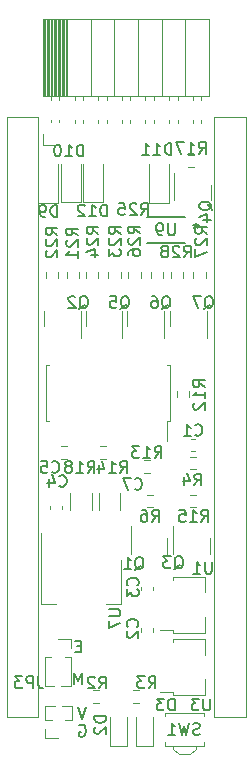
<source format=gbr>
%TF.GenerationSoftware,KiCad,Pcbnew,7.0.2*%
%TF.CreationDate,2024-02-16T13:22:18+02:00*%
%TF.ProjectId,dots_projector,646f7473-5f70-4726-9f6a-6563746f722e,rev?*%
%TF.SameCoordinates,Original*%
%TF.FileFunction,Legend,Bot*%
%TF.FilePolarity,Positive*%
%FSLAX46Y46*%
G04 Gerber Fmt 4.6, Leading zero omitted, Abs format (unit mm)*
G04 Created by KiCad (PCBNEW 7.0.2) date 2024-02-16 13:22:18*
%MOMM*%
%LPD*%
G01*
G04 APERTURE LIST*
%ADD10C,0.150000*%
%ADD11C,0.120000*%
%ADD12C,0.152400*%
G04 APERTURE END LIST*
D10*
X70633332Y-119737619D02*
X70633332Y-118737619D01*
X70633332Y-118737619D02*
X70299999Y-119451904D01*
X70299999Y-119451904D02*
X69966666Y-118737619D01*
X69966666Y-118737619D02*
X69966666Y-119737619D01*
X70539285Y-116513809D02*
X70205952Y-116513809D01*
X70063095Y-117037619D02*
X70539285Y-117037619D01*
X70539285Y-117037619D02*
X70539285Y-116037619D01*
X70539285Y-116037619D02*
X70063095Y-116037619D01*
X70983332Y-121662619D02*
X70649999Y-122662619D01*
X70649999Y-122662619D02*
X70316666Y-121662619D01*
X70413095Y-123210238D02*
X70508333Y-123162619D01*
X70508333Y-123162619D02*
X70651190Y-123162619D01*
X70651190Y-123162619D02*
X70794047Y-123210238D01*
X70794047Y-123210238D02*
X70889285Y-123305476D01*
X70889285Y-123305476D02*
X70936904Y-123400714D01*
X70936904Y-123400714D02*
X70984523Y-123591190D01*
X70984523Y-123591190D02*
X70984523Y-123734047D01*
X70984523Y-123734047D02*
X70936904Y-123924523D01*
X70936904Y-123924523D02*
X70889285Y-124019761D01*
X70889285Y-124019761D02*
X70794047Y-124115000D01*
X70794047Y-124115000D02*
X70651190Y-124162619D01*
X70651190Y-124162619D02*
X70555952Y-124162619D01*
X70555952Y-124162619D02*
X70413095Y-124115000D01*
X70413095Y-124115000D02*
X70365476Y-124067380D01*
X70365476Y-124067380D02*
X70365476Y-123734047D01*
X70365476Y-123734047D02*
X70555952Y-123734047D01*
%TO.C,D2*%
X72687619Y-122411905D02*
X71687619Y-122411905D01*
X71687619Y-122411905D02*
X71687619Y-122650000D01*
X71687619Y-122650000D02*
X71735238Y-122792857D01*
X71735238Y-122792857D02*
X71830476Y-122888095D01*
X71830476Y-122888095D02*
X71925714Y-122935714D01*
X71925714Y-122935714D02*
X72116190Y-122983333D01*
X72116190Y-122983333D02*
X72259047Y-122983333D01*
X72259047Y-122983333D02*
X72449523Y-122935714D01*
X72449523Y-122935714D02*
X72544761Y-122888095D01*
X72544761Y-122888095D02*
X72640000Y-122792857D01*
X72640000Y-122792857D02*
X72687619Y-122650000D01*
X72687619Y-122650000D02*
X72687619Y-122411905D01*
X71782857Y-123364286D02*
X71735238Y-123411905D01*
X71735238Y-123411905D02*
X71687619Y-123507143D01*
X71687619Y-123507143D02*
X71687619Y-123745238D01*
X71687619Y-123745238D02*
X71735238Y-123840476D01*
X71735238Y-123840476D02*
X71782857Y-123888095D01*
X71782857Y-123888095D02*
X71878095Y-123935714D01*
X71878095Y-123935714D02*
X71973333Y-123935714D01*
X71973333Y-123935714D02*
X72116190Y-123888095D01*
X72116190Y-123888095D02*
X72687619Y-123316667D01*
X72687619Y-123316667D02*
X72687619Y-123935714D01*
%TO.C,R27*%
X81237619Y-81607142D02*
X80761428Y-81273809D01*
X81237619Y-81035714D02*
X80237619Y-81035714D01*
X80237619Y-81035714D02*
X80237619Y-81416666D01*
X80237619Y-81416666D02*
X80285238Y-81511904D01*
X80285238Y-81511904D02*
X80332857Y-81559523D01*
X80332857Y-81559523D02*
X80428095Y-81607142D01*
X80428095Y-81607142D02*
X80570952Y-81607142D01*
X80570952Y-81607142D02*
X80666190Y-81559523D01*
X80666190Y-81559523D02*
X80713809Y-81511904D01*
X80713809Y-81511904D02*
X80761428Y-81416666D01*
X80761428Y-81416666D02*
X80761428Y-81035714D01*
X80332857Y-81988095D02*
X80285238Y-82035714D01*
X80285238Y-82035714D02*
X80237619Y-82130952D01*
X80237619Y-82130952D02*
X80237619Y-82369047D01*
X80237619Y-82369047D02*
X80285238Y-82464285D01*
X80285238Y-82464285D02*
X80332857Y-82511904D01*
X80332857Y-82511904D02*
X80428095Y-82559523D01*
X80428095Y-82559523D02*
X80523333Y-82559523D01*
X80523333Y-82559523D02*
X80666190Y-82511904D01*
X80666190Y-82511904D02*
X81237619Y-81940476D01*
X81237619Y-81940476D02*
X81237619Y-82559523D01*
X80237619Y-82892857D02*
X80237619Y-83559523D01*
X80237619Y-83559523D02*
X81237619Y-83130952D01*
%TO.C,Q6*%
X77395238Y-87957857D02*
X77490476Y-87910238D01*
X77490476Y-87910238D02*
X77585714Y-87815000D01*
X77585714Y-87815000D02*
X77728571Y-87672142D01*
X77728571Y-87672142D02*
X77823809Y-87624523D01*
X77823809Y-87624523D02*
X77919047Y-87624523D01*
X77871428Y-87862619D02*
X77966666Y-87815000D01*
X77966666Y-87815000D02*
X78061904Y-87719761D01*
X78061904Y-87719761D02*
X78109523Y-87529285D01*
X78109523Y-87529285D02*
X78109523Y-87195952D01*
X78109523Y-87195952D02*
X78061904Y-87005476D01*
X78061904Y-87005476D02*
X77966666Y-86910238D01*
X77966666Y-86910238D02*
X77871428Y-86862619D01*
X77871428Y-86862619D02*
X77680952Y-86862619D01*
X77680952Y-86862619D02*
X77585714Y-86910238D01*
X77585714Y-86910238D02*
X77490476Y-87005476D01*
X77490476Y-87005476D02*
X77442857Y-87195952D01*
X77442857Y-87195952D02*
X77442857Y-87529285D01*
X77442857Y-87529285D02*
X77490476Y-87719761D01*
X77490476Y-87719761D02*
X77585714Y-87815000D01*
X77585714Y-87815000D02*
X77680952Y-87862619D01*
X77680952Y-87862619D02*
X77871428Y-87862619D01*
X76585714Y-86862619D02*
X76776190Y-86862619D01*
X76776190Y-86862619D02*
X76871428Y-86910238D01*
X76871428Y-86910238D02*
X76919047Y-86957857D01*
X76919047Y-86957857D02*
X77014285Y-87100714D01*
X77014285Y-87100714D02*
X77061904Y-87291190D01*
X77061904Y-87291190D02*
X77061904Y-87672142D01*
X77061904Y-87672142D02*
X77014285Y-87767380D01*
X77014285Y-87767380D02*
X76966666Y-87815000D01*
X76966666Y-87815000D02*
X76871428Y-87862619D01*
X76871428Y-87862619D02*
X76680952Y-87862619D01*
X76680952Y-87862619D02*
X76585714Y-87815000D01*
X76585714Y-87815000D02*
X76538095Y-87767380D01*
X76538095Y-87767380D02*
X76490476Y-87672142D01*
X76490476Y-87672142D02*
X76490476Y-87434047D01*
X76490476Y-87434047D02*
X76538095Y-87338809D01*
X76538095Y-87338809D02*
X76585714Y-87291190D01*
X76585714Y-87291190D02*
X76680952Y-87243571D01*
X76680952Y-87243571D02*
X76871428Y-87243571D01*
X76871428Y-87243571D02*
X76966666Y-87291190D01*
X76966666Y-87291190D02*
X77014285Y-87338809D01*
X77014285Y-87338809D02*
X77061904Y-87434047D01*
%TO.C,C2*%
X75317380Y-114845833D02*
X75365000Y-114798214D01*
X75365000Y-114798214D02*
X75412619Y-114655357D01*
X75412619Y-114655357D02*
X75412619Y-114560119D01*
X75412619Y-114560119D02*
X75365000Y-114417262D01*
X75365000Y-114417262D02*
X75269761Y-114322024D01*
X75269761Y-114322024D02*
X75174523Y-114274405D01*
X75174523Y-114274405D02*
X74984047Y-114226786D01*
X74984047Y-114226786D02*
X74841190Y-114226786D01*
X74841190Y-114226786D02*
X74650714Y-114274405D01*
X74650714Y-114274405D02*
X74555476Y-114322024D01*
X74555476Y-114322024D02*
X74460238Y-114417262D01*
X74460238Y-114417262D02*
X74412619Y-114560119D01*
X74412619Y-114560119D02*
X74412619Y-114655357D01*
X74412619Y-114655357D02*
X74460238Y-114798214D01*
X74460238Y-114798214D02*
X74507857Y-114845833D01*
X74507857Y-115226786D02*
X74460238Y-115274405D01*
X74460238Y-115274405D02*
X74412619Y-115369643D01*
X74412619Y-115369643D02*
X74412619Y-115607738D01*
X74412619Y-115607738D02*
X74460238Y-115702976D01*
X74460238Y-115702976D02*
X74507857Y-115750595D01*
X74507857Y-115750595D02*
X74603095Y-115798214D01*
X74603095Y-115798214D02*
X74698333Y-115798214D01*
X74698333Y-115798214D02*
X74841190Y-115750595D01*
X74841190Y-115750595D02*
X75412619Y-115179167D01*
X75412619Y-115179167D02*
X75412619Y-115798214D01*
%TO.C,U3*%
X81486904Y-120937619D02*
X81486904Y-121747142D01*
X81486904Y-121747142D02*
X81439285Y-121842380D01*
X81439285Y-121842380D02*
X81391666Y-121890000D01*
X81391666Y-121890000D02*
X81296428Y-121937619D01*
X81296428Y-121937619D02*
X81105952Y-121937619D01*
X81105952Y-121937619D02*
X81010714Y-121890000D01*
X81010714Y-121890000D02*
X80963095Y-121842380D01*
X80963095Y-121842380D02*
X80915476Y-121747142D01*
X80915476Y-121747142D02*
X80915476Y-120937619D01*
X80534523Y-120937619D02*
X79915476Y-120937619D01*
X79915476Y-120937619D02*
X80248809Y-121318571D01*
X80248809Y-121318571D02*
X80105952Y-121318571D01*
X80105952Y-121318571D02*
X80010714Y-121366190D01*
X80010714Y-121366190D02*
X79963095Y-121413809D01*
X79963095Y-121413809D02*
X79915476Y-121509047D01*
X79915476Y-121509047D02*
X79915476Y-121747142D01*
X79915476Y-121747142D02*
X79963095Y-121842380D01*
X79963095Y-121842380D02*
X80010714Y-121890000D01*
X80010714Y-121890000D02*
X80105952Y-121937619D01*
X80105952Y-121937619D02*
X80391666Y-121937619D01*
X80391666Y-121937619D02*
X80486904Y-121890000D01*
X80486904Y-121890000D02*
X80534523Y-121842380D01*
%TO.C,R2*%
X72091666Y-120087619D02*
X72424999Y-119611428D01*
X72663094Y-120087619D02*
X72663094Y-119087619D01*
X72663094Y-119087619D02*
X72282142Y-119087619D01*
X72282142Y-119087619D02*
X72186904Y-119135238D01*
X72186904Y-119135238D02*
X72139285Y-119182857D01*
X72139285Y-119182857D02*
X72091666Y-119278095D01*
X72091666Y-119278095D02*
X72091666Y-119420952D01*
X72091666Y-119420952D02*
X72139285Y-119516190D01*
X72139285Y-119516190D02*
X72186904Y-119563809D01*
X72186904Y-119563809D02*
X72282142Y-119611428D01*
X72282142Y-119611428D02*
X72663094Y-119611428D01*
X71710713Y-119182857D02*
X71663094Y-119135238D01*
X71663094Y-119135238D02*
X71567856Y-119087619D01*
X71567856Y-119087619D02*
X71329761Y-119087619D01*
X71329761Y-119087619D02*
X71234523Y-119135238D01*
X71234523Y-119135238D02*
X71186904Y-119182857D01*
X71186904Y-119182857D02*
X71139285Y-119278095D01*
X71139285Y-119278095D02*
X71139285Y-119373333D01*
X71139285Y-119373333D02*
X71186904Y-119516190D01*
X71186904Y-119516190D02*
X71758332Y-120087619D01*
X71758332Y-120087619D02*
X71139285Y-120087619D01*
%TO.C,JP3*%
X66958333Y-119062619D02*
X66958333Y-119776904D01*
X66958333Y-119776904D02*
X67005952Y-119919761D01*
X67005952Y-119919761D02*
X67101190Y-120015000D01*
X67101190Y-120015000D02*
X67244047Y-120062619D01*
X67244047Y-120062619D02*
X67339285Y-120062619D01*
X66482142Y-120062619D02*
X66482142Y-119062619D01*
X66482142Y-119062619D02*
X66101190Y-119062619D01*
X66101190Y-119062619D02*
X66005952Y-119110238D01*
X66005952Y-119110238D02*
X65958333Y-119157857D01*
X65958333Y-119157857D02*
X65910714Y-119253095D01*
X65910714Y-119253095D02*
X65910714Y-119395952D01*
X65910714Y-119395952D02*
X65958333Y-119491190D01*
X65958333Y-119491190D02*
X66005952Y-119538809D01*
X66005952Y-119538809D02*
X66101190Y-119586428D01*
X66101190Y-119586428D02*
X66482142Y-119586428D01*
X65577380Y-119062619D02*
X64958333Y-119062619D01*
X64958333Y-119062619D02*
X65291666Y-119443571D01*
X65291666Y-119443571D02*
X65148809Y-119443571D01*
X65148809Y-119443571D02*
X65053571Y-119491190D01*
X65053571Y-119491190D02*
X65005952Y-119538809D01*
X65005952Y-119538809D02*
X64958333Y-119634047D01*
X64958333Y-119634047D02*
X64958333Y-119872142D01*
X64958333Y-119872142D02*
X65005952Y-119967380D01*
X65005952Y-119967380D02*
X65053571Y-120015000D01*
X65053571Y-120015000D02*
X65148809Y-120062619D01*
X65148809Y-120062619D02*
X65434523Y-120062619D01*
X65434523Y-120062619D02*
X65529761Y-120015000D01*
X65529761Y-120015000D02*
X65577380Y-119967380D01*
%TO.C,U9*%
X78510904Y-80712619D02*
X78510904Y-81522142D01*
X78510904Y-81522142D02*
X78463285Y-81617380D01*
X78463285Y-81617380D02*
X78415666Y-81665000D01*
X78415666Y-81665000D02*
X78320428Y-81712619D01*
X78320428Y-81712619D02*
X78129952Y-81712619D01*
X78129952Y-81712619D02*
X78034714Y-81665000D01*
X78034714Y-81665000D02*
X77987095Y-81617380D01*
X77987095Y-81617380D02*
X77939476Y-81522142D01*
X77939476Y-81522142D02*
X77939476Y-80712619D01*
X77415666Y-81712619D02*
X77225190Y-81712619D01*
X77225190Y-81712619D02*
X77129952Y-81665000D01*
X77129952Y-81665000D02*
X77082333Y-81617380D01*
X77082333Y-81617380D02*
X76987095Y-81474523D01*
X76987095Y-81474523D02*
X76939476Y-81284047D01*
X76939476Y-81284047D02*
X76939476Y-80903095D01*
X76939476Y-80903095D02*
X76987095Y-80807857D01*
X76987095Y-80807857D02*
X77034714Y-80760238D01*
X77034714Y-80760238D02*
X77129952Y-80712619D01*
X77129952Y-80712619D02*
X77320428Y-80712619D01*
X77320428Y-80712619D02*
X77415666Y-80760238D01*
X77415666Y-80760238D02*
X77463285Y-80807857D01*
X77463285Y-80807857D02*
X77510904Y-80903095D01*
X77510904Y-80903095D02*
X77510904Y-81141190D01*
X77510904Y-81141190D02*
X77463285Y-81236428D01*
X77463285Y-81236428D02*
X77415666Y-81284047D01*
X77415666Y-81284047D02*
X77320428Y-81331666D01*
X77320428Y-81331666D02*
X77129952Y-81331666D01*
X77129952Y-81331666D02*
X77034714Y-81284047D01*
X77034714Y-81284047D02*
X76987095Y-81236428D01*
X76987095Y-81236428D02*
X76939476Y-81141190D01*
X80288999Y-80712619D02*
X80288999Y-80950714D01*
X80527094Y-80855476D02*
X80288999Y-80950714D01*
X80288999Y-80950714D02*
X80050904Y-80855476D01*
X80431856Y-81141190D02*
X80288999Y-80950714D01*
X80288999Y-80950714D02*
X80146142Y-81141190D01*
X80288999Y-80712619D02*
X80288999Y-80950714D01*
X80527094Y-80855476D02*
X80288999Y-80950714D01*
X80288999Y-80950714D02*
X80050904Y-80855476D01*
X80431856Y-81141190D02*
X80288999Y-80950714D01*
X80288999Y-80950714D02*
X80146142Y-81141190D01*
%TO.C,Q7*%
X80995238Y-87957857D02*
X81090476Y-87910238D01*
X81090476Y-87910238D02*
X81185714Y-87815000D01*
X81185714Y-87815000D02*
X81328571Y-87672142D01*
X81328571Y-87672142D02*
X81423809Y-87624523D01*
X81423809Y-87624523D02*
X81519047Y-87624523D01*
X81471428Y-87862619D02*
X81566666Y-87815000D01*
X81566666Y-87815000D02*
X81661904Y-87719761D01*
X81661904Y-87719761D02*
X81709523Y-87529285D01*
X81709523Y-87529285D02*
X81709523Y-87195952D01*
X81709523Y-87195952D02*
X81661904Y-87005476D01*
X81661904Y-87005476D02*
X81566666Y-86910238D01*
X81566666Y-86910238D02*
X81471428Y-86862619D01*
X81471428Y-86862619D02*
X81280952Y-86862619D01*
X81280952Y-86862619D02*
X81185714Y-86910238D01*
X81185714Y-86910238D02*
X81090476Y-87005476D01*
X81090476Y-87005476D02*
X81042857Y-87195952D01*
X81042857Y-87195952D02*
X81042857Y-87529285D01*
X81042857Y-87529285D02*
X81090476Y-87719761D01*
X81090476Y-87719761D02*
X81185714Y-87815000D01*
X81185714Y-87815000D02*
X81280952Y-87862619D01*
X81280952Y-87862619D02*
X81471428Y-87862619D01*
X80709523Y-86862619D02*
X80042857Y-86862619D01*
X80042857Y-86862619D02*
X80471428Y-87862619D01*
%TO.C,R26*%
X75562619Y-81557142D02*
X75086428Y-81223809D01*
X75562619Y-80985714D02*
X74562619Y-80985714D01*
X74562619Y-80985714D02*
X74562619Y-81366666D01*
X74562619Y-81366666D02*
X74610238Y-81461904D01*
X74610238Y-81461904D02*
X74657857Y-81509523D01*
X74657857Y-81509523D02*
X74753095Y-81557142D01*
X74753095Y-81557142D02*
X74895952Y-81557142D01*
X74895952Y-81557142D02*
X74991190Y-81509523D01*
X74991190Y-81509523D02*
X75038809Y-81461904D01*
X75038809Y-81461904D02*
X75086428Y-81366666D01*
X75086428Y-81366666D02*
X75086428Y-80985714D01*
X74657857Y-81938095D02*
X74610238Y-81985714D01*
X74610238Y-81985714D02*
X74562619Y-82080952D01*
X74562619Y-82080952D02*
X74562619Y-82319047D01*
X74562619Y-82319047D02*
X74610238Y-82414285D01*
X74610238Y-82414285D02*
X74657857Y-82461904D01*
X74657857Y-82461904D02*
X74753095Y-82509523D01*
X74753095Y-82509523D02*
X74848333Y-82509523D01*
X74848333Y-82509523D02*
X74991190Y-82461904D01*
X74991190Y-82461904D02*
X75562619Y-81890476D01*
X75562619Y-81890476D02*
X75562619Y-82509523D01*
X74562619Y-83366666D02*
X74562619Y-83176190D01*
X74562619Y-83176190D02*
X74610238Y-83080952D01*
X74610238Y-83080952D02*
X74657857Y-83033333D01*
X74657857Y-83033333D02*
X74800714Y-82938095D01*
X74800714Y-82938095D02*
X74991190Y-82890476D01*
X74991190Y-82890476D02*
X75372142Y-82890476D01*
X75372142Y-82890476D02*
X75467380Y-82938095D01*
X75467380Y-82938095D02*
X75515000Y-82985714D01*
X75515000Y-82985714D02*
X75562619Y-83080952D01*
X75562619Y-83080952D02*
X75562619Y-83271428D01*
X75562619Y-83271428D02*
X75515000Y-83366666D01*
X75515000Y-83366666D02*
X75467380Y-83414285D01*
X75467380Y-83414285D02*
X75372142Y-83461904D01*
X75372142Y-83461904D02*
X75134047Y-83461904D01*
X75134047Y-83461904D02*
X75038809Y-83414285D01*
X75038809Y-83414285D02*
X74991190Y-83366666D01*
X74991190Y-83366666D02*
X74943571Y-83271428D01*
X74943571Y-83271428D02*
X74943571Y-83080952D01*
X74943571Y-83080952D02*
X74991190Y-82985714D01*
X74991190Y-82985714D02*
X75038809Y-82938095D01*
X75038809Y-82938095D02*
X75134047Y-82890476D01*
%TO.C,Q1*%
X75120238Y-110057857D02*
X75215476Y-110010238D01*
X75215476Y-110010238D02*
X75310714Y-109915000D01*
X75310714Y-109915000D02*
X75453571Y-109772142D01*
X75453571Y-109772142D02*
X75548809Y-109724523D01*
X75548809Y-109724523D02*
X75644047Y-109724523D01*
X75596428Y-109962619D02*
X75691666Y-109915000D01*
X75691666Y-109915000D02*
X75786904Y-109819761D01*
X75786904Y-109819761D02*
X75834523Y-109629285D01*
X75834523Y-109629285D02*
X75834523Y-109295952D01*
X75834523Y-109295952D02*
X75786904Y-109105476D01*
X75786904Y-109105476D02*
X75691666Y-109010238D01*
X75691666Y-109010238D02*
X75596428Y-108962619D01*
X75596428Y-108962619D02*
X75405952Y-108962619D01*
X75405952Y-108962619D02*
X75310714Y-109010238D01*
X75310714Y-109010238D02*
X75215476Y-109105476D01*
X75215476Y-109105476D02*
X75167857Y-109295952D01*
X75167857Y-109295952D02*
X75167857Y-109629285D01*
X75167857Y-109629285D02*
X75215476Y-109819761D01*
X75215476Y-109819761D02*
X75310714Y-109915000D01*
X75310714Y-109915000D02*
X75405952Y-109962619D01*
X75405952Y-109962619D02*
X75596428Y-109962619D01*
X74215476Y-109962619D02*
X74786904Y-109962619D01*
X74501190Y-109962619D02*
X74501190Y-108962619D01*
X74501190Y-108962619D02*
X74596428Y-109105476D01*
X74596428Y-109105476D02*
X74691666Y-109200714D01*
X74691666Y-109200714D02*
X74786904Y-109248333D01*
%TO.C,R12*%
X81037619Y-94582142D02*
X80561428Y-94248809D01*
X81037619Y-94010714D02*
X80037619Y-94010714D01*
X80037619Y-94010714D02*
X80037619Y-94391666D01*
X80037619Y-94391666D02*
X80085238Y-94486904D01*
X80085238Y-94486904D02*
X80132857Y-94534523D01*
X80132857Y-94534523D02*
X80228095Y-94582142D01*
X80228095Y-94582142D02*
X80370952Y-94582142D01*
X80370952Y-94582142D02*
X80466190Y-94534523D01*
X80466190Y-94534523D02*
X80513809Y-94486904D01*
X80513809Y-94486904D02*
X80561428Y-94391666D01*
X80561428Y-94391666D02*
X80561428Y-94010714D01*
X81037619Y-95534523D02*
X81037619Y-94963095D01*
X81037619Y-95248809D02*
X80037619Y-95248809D01*
X80037619Y-95248809D02*
X80180476Y-95153571D01*
X80180476Y-95153571D02*
X80275714Y-95058333D01*
X80275714Y-95058333D02*
X80323333Y-94963095D01*
X80132857Y-95915476D02*
X80085238Y-95963095D01*
X80085238Y-95963095D02*
X80037619Y-96058333D01*
X80037619Y-96058333D02*
X80037619Y-96296428D01*
X80037619Y-96296428D02*
X80085238Y-96391666D01*
X80085238Y-96391666D02*
X80132857Y-96439285D01*
X80132857Y-96439285D02*
X80228095Y-96486904D01*
X80228095Y-96486904D02*
X80323333Y-96486904D01*
X80323333Y-96486904D02*
X80466190Y-96439285D01*
X80466190Y-96439285D02*
X81037619Y-95867857D01*
X81037619Y-95867857D02*
X81037619Y-96486904D01*
%TO.C,R28*%
X79267857Y-83587619D02*
X79601190Y-83111428D01*
X79839285Y-83587619D02*
X79839285Y-82587619D01*
X79839285Y-82587619D02*
X79458333Y-82587619D01*
X79458333Y-82587619D02*
X79363095Y-82635238D01*
X79363095Y-82635238D02*
X79315476Y-82682857D01*
X79315476Y-82682857D02*
X79267857Y-82778095D01*
X79267857Y-82778095D02*
X79267857Y-82920952D01*
X79267857Y-82920952D02*
X79315476Y-83016190D01*
X79315476Y-83016190D02*
X79363095Y-83063809D01*
X79363095Y-83063809D02*
X79458333Y-83111428D01*
X79458333Y-83111428D02*
X79839285Y-83111428D01*
X78886904Y-82682857D02*
X78839285Y-82635238D01*
X78839285Y-82635238D02*
X78744047Y-82587619D01*
X78744047Y-82587619D02*
X78505952Y-82587619D01*
X78505952Y-82587619D02*
X78410714Y-82635238D01*
X78410714Y-82635238D02*
X78363095Y-82682857D01*
X78363095Y-82682857D02*
X78315476Y-82778095D01*
X78315476Y-82778095D02*
X78315476Y-82873333D01*
X78315476Y-82873333D02*
X78363095Y-83016190D01*
X78363095Y-83016190D02*
X78934523Y-83587619D01*
X78934523Y-83587619D02*
X78315476Y-83587619D01*
X77744047Y-83016190D02*
X77839285Y-82968571D01*
X77839285Y-82968571D02*
X77886904Y-82920952D01*
X77886904Y-82920952D02*
X77934523Y-82825714D01*
X77934523Y-82825714D02*
X77934523Y-82778095D01*
X77934523Y-82778095D02*
X77886904Y-82682857D01*
X77886904Y-82682857D02*
X77839285Y-82635238D01*
X77839285Y-82635238D02*
X77744047Y-82587619D01*
X77744047Y-82587619D02*
X77553571Y-82587619D01*
X77553571Y-82587619D02*
X77458333Y-82635238D01*
X77458333Y-82635238D02*
X77410714Y-82682857D01*
X77410714Y-82682857D02*
X77363095Y-82778095D01*
X77363095Y-82778095D02*
X77363095Y-82825714D01*
X77363095Y-82825714D02*
X77410714Y-82920952D01*
X77410714Y-82920952D02*
X77458333Y-82968571D01*
X77458333Y-82968571D02*
X77553571Y-83016190D01*
X77553571Y-83016190D02*
X77744047Y-83016190D01*
X77744047Y-83016190D02*
X77839285Y-83063809D01*
X77839285Y-83063809D02*
X77886904Y-83111428D01*
X77886904Y-83111428D02*
X77934523Y-83206666D01*
X77934523Y-83206666D02*
X77934523Y-83397142D01*
X77934523Y-83397142D02*
X77886904Y-83492380D01*
X77886904Y-83492380D02*
X77839285Y-83540000D01*
X77839285Y-83540000D02*
X77744047Y-83587619D01*
X77744047Y-83587619D02*
X77553571Y-83587619D01*
X77553571Y-83587619D02*
X77458333Y-83540000D01*
X77458333Y-83540000D02*
X77410714Y-83492380D01*
X77410714Y-83492380D02*
X77363095Y-83397142D01*
X77363095Y-83397142D02*
X77363095Y-83206666D01*
X77363095Y-83206666D02*
X77410714Y-83111428D01*
X77410714Y-83111428D02*
X77458333Y-83063809D01*
X77458333Y-83063809D02*
X77553571Y-83016190D01*
%TO.C,R3*%
X76291666Y-120062619D02*
X76624999Y-119586428D01*
X76863094Y-120062619D02*
X76863094Y-119062619D01*
X76863094Y-119062619D02*
X76482142Y-119062619D01*
X76482142Y-119062619D02*
X76386904Y-119110238D01*
X76386904Y-119110238D02*
X76339285Y-119157857D01*
X76339285Y-119157857D02*
X76291666Y-119253095D01*
X76291666Y-119253095D02*
X76291666Y-119395952D01*
X76291666Y-119395952D02*
X76339285Y-119491190D01*
X76339285Y-119491190D02*
X76386904Y-119538809D01*
X76386904Y-119538809D02*
X76482142Y-119586428D01*
X76482142Y-119586428D02*
X76863094Y-119586428D01*
X75958332Y-119062619D02*
X75339285Y-119062619D01*
X75339285Y-119062619D02*
X75672618Y-119443571D01*
X75672618Y-119443571D02*
X75529761Y-119443571D01*
X75529761Y-119443571D02*
X75434523Y-119491190D01*
X75434523Y-119491190D02*
X75386904Y-119538809D01*
X75386904Y-119538809D02*
X75339285Y-119634047D01*
X75339285Y-119634047D02*
X75339285Y-119872142D01*
X75339285Y-119872142D02*
X75386904Y-119967380D01*
X75386904Y-119967380D02*
X75434523Y-120015000D01*
X75434523Y-120015000D02*
X75529761Y-120062619D01*
X75529761Y-120062619D02*
X75815475Y-120062619D01*
X75815475Y-120062619D02*
X75910713Y-120015000D01*
X75910713Y-120015000D02*
X75958332Y-119967380D01*
%TO.C,R17*%
X80542857Y-74812619D02*
X80876190Y-74336428D01*
X81114285Y-74812619D02*
X81114285Y-73812619D01*
X81114285Y-73812619D02*
X80733333Y-73812619D01*
X80733333Y-73812619D02*
X80638095Y-73860238D01*
X80638095Y-73860238D02*
X80590476Y-73907857D01*
X80590476Y-73907857D02*
X80542857Y-74003095D01*
X80542857Y-74003095D02*
X80542857Y-74145952D01*
X80542857Y-74145952D02*
X80590476Y-74241190D01*
X80590476Y-74241190D02*
X80638095Y-74288809D01*
X80638095Y-74288809D02*
X80733333Y-74336428D01*
X80733333Y-74336428D02*
X81114285Y-74336428D01*
X79590476Y-74812619D02*
X80161904Y-74812619D01*
X79876190Y-74812619D02*
X79876190Y-73812619D01*
X79876190Y-73812619D02*
X79971428Y-73955476D01*
X79971428Y-73955476D02*
X80066666Y-74050714D01*
X80066666Y-74050714D02*
X80161904Y-74098333D01*
X79257142Y-73812619D02*
X78590476Y-73812619D01*
X78590476Y-73812619D02*
X79019047Y-74812619D01*
%TO.C,C3*%
X75342380Y-111333333D02*
X75390000Y-111285714D01*
X75390000Y-111285714D02*
X75437619Y-111142857D01*
X75437619Y-111142857D02*
X75437619Y-111047619D01*
X75437619Y-111047619D02*
X75390000Y-110904762D01*
X75390000Y-110904762D02*
X75294761Y-110809524D01*
X75294761Y-110809524D02*
X75199523Y-110761905D01*
X75199523Y-110761905D02*
X75009047Y-110714286D01*
X75009047Y-110714286D02*
X74866190Y-110714286D01*
X74866190Y-110714286D02*
X74675714Y-110761905D01*
X74675714Y-110761905D02*
X74580476Y-110809524D01*
X74580476Y-110809524D02*
X74485238Y-110904762D01*
X74485238Y-110904762D02*
X74437619Y-111047619D01*
X74437619Y-111047619D02*
X74437619Y-111142857D01*
X74437619Y-111142857D02*
X74485238Y-111285714D01*
X74485238Y-111285714D02*
X74532857Y-111333333D01*
X74437619Y-111666667D02*
X74437619Y-112285714D01*
X74437619Y-112285714D02*
X74818571Y-111952381D01*
X74818571Y-111952381D02*
X74818571Y-112095238D01*
X74818571Y-112095238D02*
X74866190Y-112190476D01*
X74866190Y-112190476D02*
X74913809Y-112238095D01*
X74913809Y-112238095D02*
X75009047Y-112285714D01*
X75009047Y-112285714D02*
X75247142Y-112285714D01*
X75247142Y-112285714D02*
X75342380Y-112238095D01*
X75342380Y-112238095D02*
X75390000Y-112190476D01*
X75390000Y-112190476D02*
X75437619Y-112095238D01*
X75437619Y-112095238D02*
X75437619Y-111809524D01*
X75437619Y-111809524D02*
X75390000Y-111714286D01*
X75390000Y-111714286D02*
X75342380Y-111666667D01*
%TO.C,Q3*%
X78445238Y-110007857D02*
X78540476Y-109960238D01*
X78540476Y-109960238D02*
X78635714Y-109865000D01*
X78635714Y-109865000D02*
X78778571Y-109722142D01*
X78778571Y-109722142D02*
X78873809Y-109674523D01*
X78873809Y-109674523D02*
X78969047Y-109674523D01*
X78921428Y-109912619D02*
X79016666Y-109865000D01*
X79016666Y-109865000D02*
X79111904Y-109769761D01*
X79111904Y-109769761D02*
X79159523Y-109579285D01*
X79159523Y-109579285D02*
X79159523Y-109245952D01*
X79159523Y-109245952D02*
X79111904Y-109055476D01*
X79111904Y-109055476D02*
X79016666Y-108960238D01*
X79016666Y-108960238D02*
X78921428Y-108912619D01*
X78921428Y-108912619D02*
X78730952Y-108912619D01*
X78730952Y-108912619D02*
X78635714Y-108960238D01*
X78635714Y-108960238D02*
X78540476Y-109055476D01*
X78540476Y-109055476D02*
X78492857Y-109245952D01*
X78492857Y-109245952D02*
X78492857Y-109579285D01*
X78492857Y-109579285D02*
X78540476Y-109769761D01*
X78540476Y-109769761D02*
X78635714Y-109865000D01*
X78635714Y-109865000D02*
X78730952Y-109912619D01*
X78730952Y-109912619D02*
X78921428Y-109912619D01*
X78159523Y-108912619D02*
X77540476Y-108912619D01*
X77540476Y-108912619D02*
X77873809Y-109293571D01*
X77873809Y-109293571D02*
X77730952Y-109293571D01*
X77730952Y-109293571D02*
X77635714Y-109341190D01*
X77635714Y-109341190D02*
X77588095Y-109388809D01*
X77588095Y-109388809D02*
X77540476Y-109484047D01*
X77540476Y-109484047D02*
X77540476Y-109722142D01*
X77540476Y-109722142D02*
X77588095Y-109817380D01*
X77588095Y-109817380D02*
X77635714Y-109865000D01*
X77635714Y-109865000D02*
X77730952Y-109912619D01*
X77730952Y-109912619D02*
X78016666Y-109912619D01*
X78016666Y-109912619D02*
X78111904Y-109865000D01*
X78111904Y-109865000D02*
X78159523Y-109817380D01*
%TO.C,D9*%
X68538094Y-80162619D02*
X68538094Y-79162619D01*
X68538094Y-79162619D02*
X68299999Y-79162619D01*
X68299999Y-79162619D02*
X68157142Y-79210238D01*
X68157142Y-79210238D02*
X68061904Y-79305476D01*
X68061904Y-79305476D02*
X68014285Y-79400714D01*
X68014285Y-79400714D02*
X67966666Y-79591190D01*
X67966666Y-79591190D02*
X67966666Y-79734047D01*
X67966666Y-79734047D02*
X68014285Y-79924523D01*
X68014285Y-79924523D02*
X68061904Y-80019761D01*
X68061904Y-80019761D02*
X68157142Y-80115000D01*
X68157142Y-80115000D02*
X68299999Y-80162619D01*
X68299999Y-80162619D02*
X68538094Y-80162619D01*
X67490475Y-80162619D02*
X67299999Y-80162619D01*
X67299999Y-80162619D02*
X67204761Y-80115000D01*
X67204761Y-80115000D02*
X67157142Y-80067380D01*
X67157142Y-80067380D02*
X67061904Y-79924523D01*
X67061904Y-79924523D02*
X67014285Y-79734047D01*
X67014285Y-79734047D02*
X67014285Y-79353095D01*
X67014285Y-79353095D02*
X67061904Y-79257857D01*
X67061904Y-79257857D02*
X67109523Y-79210238D01*
X67109523Y-79210238D02*
X67204761Y-79162619D01*
X67204761Y-79162619D02*
X67395237Y-79162619D01*
X67395237Y-79162619D02*
X67490475Y-79210238D01*
X67490475Y-79210238D02*
X67538094Y-79257857D01*
X67538094Y-79257857D02*
X67585713Y-79353095D01*
X67585713Y-79353095D02*
X67585713Y-79591190D01*
X67585713Y-79591190D02*
X67538094Y-79686428D01*
X67538094Y-79686428D02*
X67490475Y-79734047D01*
X67490475Y-79734047D02*
X67395237Y-79781666D01*
X67395237Y-79781666D02*
X67204761Y-79781666D01*
X67204761Y-79781666D02*
X67109523Y-79734047D01*
X67109523Y-79734047D02*
X67061904Y-79686428D01*
X67061904Y-79686428D02*
X67014285Y-79591190D01*
%TO.C,R24*%
X72037619Y-81582142D02*
X71561428Y-81248809D01*
X72037619Y-81010714D02*
X71037619Y-81010714D01*
X71037619Y-81010714D02*
X71037619Y-81391666D01*
X71037619Y-81391666D02*
X71085238Y-81486904D01*
X71085238Y-81486904D02*
X71132857Y-81534523D01*
X71132857Y-81534523D02*
X71228095Y-81582142D01*
X71228095Y-81582142D02*
X71370952Y-81582142D01*
X71370952Y-81582142D02*
X71466190Y-81534523D01*
X71466190Y-81534523D02*
X71513809Y-81486904D01*
X71513809Y-81486904D02*
X71561428Y-81391666D01*
X71561428Y-81391666D02*
X71561428Y-81010714D01*
X71132857Y-81963095D02*
X71085238Y-82010714D01*
X71085238Y-82010714D02*
X71037619Y-82105952D01*
X71037619Y-82105952D02*
X71037619Y-82344047D01*
X71037619Y-82344047D02*
X71085238Y-82439285D01*
X71085238Y-82439285D02*
X71132857Y-82486904D01*
X71132857Y-82486904D02*
X71228095Y-82534523D01*
X71228095Y-82534523D02*
X71323333Y-82534523D01*
X71323333Y-82534523D02*
X71466190Y-82486904D01*
X71466190Y-82486904D02*
X72037619Y-81915476D01*
X72037619Y-81915476D02*
X72037619Y-82534523D01*
X71370952Y-83391666D02*
X72037619Y-83391666D01*
X70990000Y-83153571D02*
X71704285Y-82915476D01*
X71704285Y-82915476D02*
X71704285Y-83534523D01*
%TO.C,D12*%
X72764285Y-80112619D02*
X72764285Y-79112619D01*
X72764285Y-79112619D02*
X72526190Y-79112619D01*
X72526190Y-79112619D02*
X72383333Y-79160238D01*
X72383333Y-79160238D02*
X72288095Y-79255476D01*
X72288095Y-79255476D02*
X72240476Y-79350714D01*
X72240476Y-79350714D02*
X72192857Y-79541190D01*
X72192857Y-79541190D02*
X72192857Y-79684047D01*
X72192857Y-79684047D02*
X72240476Y-79874523D01*
X72240476Y-79874523D02*
X72288095Y-79969761D01*
X72288095Y-79969761D02*
X72383333Y-80065000D01*
X72383333Y-80065000D02*
X72526190Y-80112619D01*
X72526190Y-80112619D02*
X72764285Y-80112619D01*
X71240476Y-80112619D02*
X71811904Y-80112619D01*
X71526190Y-80112619D02*
X71526190Y-79112619D01*
X71526190Y-79112619D02*
X71621428Y-79255476D01*
X71621428Y-79255476D02*
X71716666Y-79350714D01*
X71716666Y-79350714D02*
X71811904Y-79398333D01*
X70859523Y-79207857D02*
X70811904Y-79160238D01*
X70811904Y-79160238D02*
X70716666Y-79112619D01*
X70716666Y-79112619D02*
X70478571Y-79112619D01*
X70478571Y-79112619D02*
X70383333Y-79160238D01*
X70383333Y-79160238D02*
X70335714Y-79207857D01*
X70335714Y-79207857D02*
X70288095Y-79303095D01*
X70288095Y-79303095D02*
X70288095Y-79398333D01*
X70288095Y-79398333D02*
X70335714Y-79541190D01*
X70335714Y-79541190D02*
X70907142Y-80112619D01*
X70907142Y-80112619D02*
X70288095Y-80112619D01*
%TO.C,C5*%
X68091666Y-101742380D02*
X68139285Y-101790000D01*
X68139285Y-101790000D02*
X68282142Y-101837619D01*
X68282142Y-101837619D02*
X68377380Y-101837619D01*
X68377380Y-101837619D02*
X68520237Y-101790000D01*
X68520237Y-101790000D02*
X68615475Y-101694761D01*
X68615475Y-101694761D02*
X68663094Y-101599523D01*
X68663094Y-101599523D02*
X68710713Y-101409047D01*
X68710713Y-101409047D02*
X68710713Y-101266190D01*
X68710713Y-101266190D02*
X68663094Y-101075714D01*
X68663094Y-101075714D02*
X68615475Y-100980476D01*
X68615475Y-100980476D02*
X68520237Y-100885238D01*
X68520237Y-100885238D02*
X68377380Y-100837619D01*
X68377380Y-100837619D02*
X68282142Y-100837619D01*
X68282142Y-100837619D02*
X68139285Y-100885238D01*
X68139285Y-100885238D02*
X68091666Y-100932857D01*
X67186904Y-100837619D02*
X67663094Y-100837619D01*
X67663094Y-100837619D02*
X67710713Y-101313809D01*
X67710713Y-101313809D02*
X67663094Y-101266190D01*
X67663094Y-101266190D02*
X67567856Y-101218571D01*
X67567856Y-101218571D02*
X67329761Y-101218571D01*
X67329761Y-101218571D02*
X67234523Y-101266190D01*
X67234523Y-101266190D02*
X67186904Y-101313809D01*
X67186904Y-101313809D02*
X67139285Y-101409047D01*
X67139285Y-101409047D02*
X67139285Y-101647142D01*
X67139285Y-101647142D02*
X67186904Y-101742380D01*
X67186904Y-101742380D02*
X67234523Y-101790000D01*
X67234523Y-101790000D02*
X67329761Y-101837619D01*
X67329761Y-101837619D02*
X67567856Y-101837619D01*
X67567856Y-101837619D02*
X67663094Y-101790000D01*
X67663094Y-101790000D02*
X67710713Y-101742380D01*
%TO.C,R22*%
X68562619Y-81682142D02*
X68086428Y-81348809D01*
X68562619Y-81110714D02*
X67562619Y-81110714D01*
X67562619Y-81110714D02*
X67562619Y-81491666D01*
X67562619Y-81491666D02*
X67610238Y-81586904D01*
X67610238Y-81586904D02*
X67657857Y-81634523D01*
X67657857Y-81634523D02*
X67753095Y-81682142D01*
X67753095Y-81682142D02*
X67895952Y-81682142D01*
X67895952Y-81682142D02*
X67991190Y-81634523D01*
X67991190Y-81634523D02*
X68038809Y-81586904D01*
X68038809Y-81586904D02*
X68086428Y-81491666D01*
X68086428Y-81491666D02*
X68086428Y-81110714D01*
X67657857Y-82063095D02*
X67610238Y-82110714D01*
X67610238Y-82110714D02*
X67562619Y-82205952D01*
X67562619Y-82205952D02*
X67562619Y-82444047D01*
X67562619Y-82444047D02*
X67610238Y-82539285D01*
X67610238Y-82539285D02*
X67657857Y-82586904D01*
X67657857Y-82586904D02*
X67753095Y-82634523D01*
X67753095Y-82634523D02*
X67848333Y-82634523D01*
X67848333Y-82634523D02*
X67991190Y-82586904D01*
X67991190Y-82586904D02*
X68562619Y-82015476D01*
X68562619Y-82015476D02*
X68562619Y-82634523D01*
X67657857Y-83015476D02*
X67610238Y-83063095D01*
X67610238Y-83063095D02*
X67562619Y-83158333D01*
X67562619Y-83158333D02*
X67562619Y-83396428D01*
X67562619Y-83396428D02*
X67610238Y-83491666D01*
X67610238Y-83491666D02*
X67657857Y-83539285D01*
X67657857Y-83539285D02*
X67753095Y-83586904D01*
X67753095Y-83586904D02*
X67848333Y-83586904D01*
X67848333Y-83586904D02*
X67991190Y-83539285D01*
X67991190Y-83539285D02*
X68562619Y-82967857D01*
X68562619Y-82967857D02*
X68562619Y-83586904D01*
%TO.C,R25*%
X75617857Y-79987619D02*
X75951190Y-79511428D01*
X76189285Y-79987619D02*
X76189285Y-78987619D01*
X76189285Y-78987619D02*
X75808333Y-78987619D01*
X75808333Y-78987619D02*
X75713095Y-79035238D01*
X75713095Y-79035238D02*
X75665476Y-79082857D01*
X75665476Y-79082857D02*
X75617857Y-79178095D01*
X75617857Y-79178095D02*
X75617857Y-79320952D01*
X75617857Y-79320952D02*
X75665476Y-79416190D01*
X75665476Y-79416190D02*
X75713095Y-79463809D01*
X75713095Y-79463809D02*
X75808333Y-79511428D01*
X75808333Y-79511428D02*
X76189285Y-79511428D01*
X75236904Y-79082857D02*
X75189285Y-79035238D01*
X75189285Y-79035238D02*
X75094047Y-78987619D01*
X75094047Y-78987619D02*
X74855952Y-78987619D01*
X74855952Y-78987619D02*
X74760714Y-79035238D01*
X74760714Y-79035238D02*
X74713095Y-79082857D01*
X74713095Y-79082857D02*
X74665476Y-79178095D01*
X74665476Y-79178095D02*
X74665476Y-79273333D01*
X74665476Y-79273333D02*
X74713095Y-79416190D01*
X74713095Y-79416190D02*
X75284523Y-79987619D01*
X75284523Y-79987619D02*
X74665476Y-79987619D01*
X73760714Y-78987619D02*
X74236904Y-78987619D01*
X74236904Y-78987619D02*
X74284523Y-79463809D01*
X74284523Y-79463809D02*
X74236904Y-79416190D01*
X74236904Y-79416190D02*
X74141666Y-79368571D01*
X74141666Y-79368571D02*
X73903571Y-79368571D01*
X73903571Y-79368571D02*
X73808333Y-79416190D01*
X73808333Y-79416190D02*
X73760714Y-79463809D01*
X73760714Y-79463809D02*
X73713095Y-79559047D01*
X73713095Y-79559047D02*
X73713095Y-79797142D01*
X73713095Y-79797142D02*
X73760714Y-79892380D01*
X73760714Y-79892380D02*
X73808333Y-79940000D01*
X73808333Y-79940000D02*
X73903571Y-79987619D01*
X73903571Y-79987619D02*
X74141666Y-79987619D01*
X74141666Y-79987619D02*
X74236904Y-79940000D01*
X74236904Y-79940000D02*
X74284523Y-79892380D01*
%TO.C,R23*%
X73912619Y-81607142D02*
X73436428Y-81273809D01*
X73912619Y-81035714D02*
X72912619Y-81035714D01*
X72912619Y-81035714D02*
X72912619Y-81416666D01*
X72912619Y-81416666D02*
X72960238Y-81511904D01*
X72960238Y-81511904D02*
X73007857Y-81559523D01*
X73007857Y-81559523D02*
X73103095Y-81607142D01*
X73103095Y-81607142D02*
X73245952Y-81607142D01*
X73245952Y-81607142D02*
X73341190Y-81559523D01*
X73341190Y-81559523D02*
X73388809Y-81511904D01*
X73388809Y-81511904D02*
X73436428Y-81416666D01*
X73436428Y-81416666D02*
X73436428Y-81035714D01*
X73007857Y-81988095D02*
X72960238Y-82035714D01*
X72960238Y-82035714D02*
X72912619Y-82130952D01*
X72912619Y-82130952D02*
X72912619Y-82369047D01*
X72912619Y-82369047D02*
X72960238Y-82464285D01*
X72960238Y-82464285D02*
X73007857Y-82511904D01*
X73007857Y-82511904D02*
X73103095Y-82559523D01*
X73103095Y-82559523D02*
X73198333Y-82559523D01*
X73198333Y-82559523D02*
X73341190Y-82511904D01*
X73341190Y-82511904D02*
X73912619Y-81940476D01*
X73912619Y-81940476D02*
X73912619Y-82559523D01*
X72912619Y-82892857D02*
X72912619Y-83511904D01*
X72912619Y-83511904D02*
X73293571Y-83178571D01*
X73293571Y-83178571D02*
X73293571Y-83321428D01*
X73293571Y-83321428D02*
X73341190Y-83416666D01*
X73341190Y-83416666D02*
X73388809Y-83464285D01*
X73388809Y-83464285D02*
X73484047Y-83511904D01*
X73484047Y-83511904D02*
X73722142Y-83511904D01*
X73722142Y-83511904D02*
X73817380Y-83464285D01*
X73817380Y-83464285D02*
X73865000Y-83416666D01*
X73865000Y-83416666D02*
X73912619Y-83321428D01*
X73912619Y-83321428D02*
X73912619Y-83035714D01*
X73912619Y-83035714D02*
X73865000Y-82940476D01*
X73865000Y-82940476D02*
X73817380Y-82892857D01*
%TO.C,U7*%
X72887619Y-113388095D02*
X73697142Y-113388095D01*
X73697142Y-113388095D02*
X73792380Y-113435714D01*
X73792380Y-113435714D02*
X73840000Y-113483333D01*
X73840000Y-113483333D02*
X73887619Y-113578571D01*
X73887619Y-113578571D02*
X73887619Y-113769047D01*
X73887619Y-113769047D02*
X73840000Y-113864285D01*
X73840000Y-113864285D02*
X73792380Y-113911904D01*
X73792380Y-113911904D02*
X73697142Y-113959523D01*
X73697142Y-113959523D02*
X72887619Y-113959523D01*
X72887619Y-114340476D02*
X72887619Y-115007142D01*
X72887619Y-115007142D02*
X73887619Y-114578571D01*
%TO.C,R14*%
X73867857Y-101837619D02*
X74201190Y-101361428D01*
X74439285Y-101837619D02*
X74439285Y-100837619D01*
X74439285Y-100837619D02*
X74058333Y-100837619D01*
X74058333Y-100837619D02*
X73963095Y-100885238D01*
X73963095Y-100885238D02*
X73915476Y-100932857D01*
X73915476Y-100932857D02*
X73867857Y-101028095D01*
X73867857Y-101028095D02*
X73867857Y-101170952D01*
X73867857Y-101170952D02*
X73915476Y-101266190D01*
X73915476Y-101266190D02*
X73963095Y-101313809D01*
X73963095Y-101313809D02*
X74058333Y-101361428D01*
X74058333Y-101361428D02*
X74439285Y-101361428D01*
X72915476Y-101837619D02*
X73486904Y-101837619D01*
X73201190Y-101837619D02*
X73201190Y-100837619D01*
X73201190Y-100837619D02*
X73296428Y-100980476D01*
X73296428Y-100980476D02*
X73391666Y-101075714D01*
X73391666Y-101075714D02*
X73486904Y-101123333D01*
X72058333Y-101170952D02*
X72058333Y-101837619D01*
X72296428Y-100790000D02*
X72534523Y-101504285D01*
X72534523Y-101504285D02*
X71915476Y-101504285D01*
%TO.C,Q4*%
X81657857Y-79604761D02*
X81610238Y-79509523D01*
X81610238Y-79509523D02*
X81515000Y-79414285D01*
X81515000Y-79414285D02*
X81372142Y-79271428D01*
X81372142Y-79271428D02*
X81324523Y-79176190D01*
X81324523Y-79176190D02*
X81324523Y-79080952D01*
X81562619Y-79128571D02*
X81515000Y-79033333D01*
X81515000Y-79033333D02*
X81419761Y-78938095D01*
X81419761Y-78938095D02*
X81229285Y-78890476D01*
X81229285Y-78890476D02*
X80895952Y-78890476D01*
X80895952Y-78890476D02*
X80705476Y-78938095D01*
X80705476Y-78938095D02*
X80610238Y-79033333D01*
X80610238Y-79033333D02*
X80562619Y-79128571D01*
X80562619Y-79128571D02*
X80562619Y-79319047D01*
X80562619Y-79319047D02*
X80610238Y-79414285D01*
X80610238Y-79414285D02*
X80705476Y-79509523D01*
X80705476Y-79509523D02*
X80895952Y-79557142D01*
X80895952Y-79557142D02*
X81229285Y-79557142D01*
X81229285Y-79557142D02*
X81419761Y-79509523D01*
X81419761Y-79509523D02*
X81515000Y-79414285D01*
X81515000Y-79414285D02*
X81562619Y-79319047D01*
X81562619Y-79319047D02*
X81562619Y-79128571D01*
X80895952Y-80414285D02*
X81562619Y-80414285D01*
X80515000Y-80176190D02*
X81229285Y-79938095D01*
X81229285Y-79938095D02*
X81229285Y-80557142D01*
%TO.C,R4*%
X80166666Y-102887619D02*
X80499999Y-102411428D01*
X80738094Y-102887619D02*
X80738094Y-101887619D01*
X80738094Y-101887619D02*
X80357142Y-101887619D01*
X80357142Y-101887619D02*
X80261904Y-101935238D01*
X80261904Y-101935238D02*
X80214285Y-101982857D01*
X80214285Y-101982857D02*
X80166666Y-102078095D01*
X80166666Y-102078095D02*
X80166666Y-102220952D01*
X80166666Y-102220952D02*
X80214285Y-102316190D01*
X80214285Y-102316190D02*
X80261904Y-102363809D01*
X80261904Y-102363809D02*
X80357142Y-102411428D01*
X80357142Y-102411428D02*
X80738094Y-102411428D01*
X79309523Y-102220952D02*
X79309523Y-102887619D01*
X79547618Y-101840000D02*
X79785713Y-102554285D01*
X79785713Y-102554285D02*
X79166666Y-102554285D01*
%TO.C,R21*%
X70312619Y-81732142D02*
X69836428Y-81398809D01*
X70312619Y-81160714D02*
X69312619Y-81160714D01*
X69312619Y-81160714D02*
X69312619Y-81541666D01*
X69312619Y-81541666D02*
X69360238Y-81636904D01*
X69360238Y-81636904D02*
X69407857Y-81684523D01*
X69407857Y-81684523D02*
X69503095Y-81732142D01*
X69503095Y-81732142D02*
X69645952Y-81732142D01*
X69645952Y-81732142D02*
X69741190Y-81684523D01*
X69741190Y-81684523D02*
X69788809Y-81636904D01*
X69788809Y-81636904D02*
X69836428Y-81541666D01*
X69836428Y-81541666D02*
X69836428Y-81160714D01*
X69407857Y-82113095D02*
X69360238Y-82160714D01*
X69360238Y-82160714D02*
X69312619Y-82255952D01*
X69312619Y-82255952D02*
X69312619Y-82494047D01*
X69312619Y-82494047D02*
X69360238Y-82589285D01*
X69360238Y-82589285D02*
X69407857Y-82636904D01*
X69407857Y-82636904D02*
X69503095Y-82684523D01*
X69503095Y-82684523D02*
X69598333Y-82684523D01*
X69598333Y-82684523D02*
X69741190Y-82636904D01*
X69741190Y-82636904D02*
X70312619Y-82065476D01*
X70312619Y-82065476D02*
X70312619Y-82684523D01*
X70312619Y-83636904D02*
X70312619Y-83065476D01*
X70312619Y-83351190D02*
X69312619Y-83351190D01*
X69312619Y-83351190D02*
X69455476Y-83255952D01*
X69455476Y-83255952D02*
X69550714Y-83160714D01*
X69550714Y-83160714D02*
X69598333Y-83065476D01*
%TO.C,D3*%
X78488094Y-121937619D02*
X78488094Y-120937619D01*
X78488094Y-120937619D02*
X78249999Y-120937619D01*
X78249999Y-120937619D02*
X78107142Y-120985238D01*
X78107142Y-120985238D02*
X78011904Y-121080476D01*
X78011904Y-121080476D02*
X77964285Y-121175714D01*
X77964285Y-121175714D02*
X77916666Y-121366190D01*
X77916666Y-121366190D02*
X77916666Y-121509047D01*
X77916666Y-121509047D02*
X77964285Y-121699523D01*
X77964285Y-121699523D02*
X78011904Y-121794761D01*
X78011904Y-121794761D02*
X78107142Y-121890000D01*
X78107142Y-121890000D02*
X78249999Y-121937619D01*
X78249999Y-121937619D02*
X78488094Y-121937619D01*
X77583332Y-120937619D02*
X76964285Y-120937619D01*
X76964285Y-120937619D02*
X77297618Y-121318571D01*
X77297618Y-121318571D02*
X77154761Y-121318571D01*
X77154761Y-121318571D02*
X77059523Y-121366190D01*
X77059523Y-121366190D02*
X77011904Y-121413809D01*
X77011904Y-121413809D02*
X76964285Y-121509047D01*
X76964285Y-121509047D02*
X76964285Y-121747142D01*
X76964285Y-121747142D02*
X77011904Y-121842380D01*
X77011904Y-121842380D02*
X77059523Y-121890000D01*
X77059523Y-121890000D02*
X77154761Y-121937619D01*
X77154761Y-121937619D02*
X77440475Y-121937619D01*
X77440475Y-121937619D02*
X77535713Y-121890000D01*
X77535713Y-121890000D02*
X77583332Y-121842380D01*
%TO.C,Q5*%
X73895238Y-87957857D02*
X73990476Y-87910238D01*
X73990476Y-87910238D02*
X74085714Y-87815000D01*
X74085714Y-87815000D02*
X74228571Y-87672142D01*
X74228571Y-87672142D02*
X74323809Y-87624523D01*
X74323809Y-87624523D02*
X74419047Y-87624523D01*
X74371428Y-87862619D02*
X74466666Y-87815000D01*
X74466666Y-87815000D02*
X74561904Y-87719761D01*
X74561904Y-87719761D02*
X74609523Y-87529285D01*
X74609523Y-87529285D02*
X74609523Y-87195952D01*
X74609523Y-87195952D02*
X74561904Y-87005476D01*
X74561904Y-87005476D02*
X74466666Y-86910238D01*
X74466666Y-86910238D02*
X74371428Y-86862619D01*
X74371428Y-86862619D02*
X74180952Y-86862619D01*
X74180952Y-86862619D02*
X74085714Y-86910238D01*
X74085714Y-86910238D02*
X73990476Y-87005476D01*
X73990476Y-87005476D02*
X73942857Y-87195952D01*
X73942857Y-87195952D02*
X73942857Y-87529285D01*
X73942857Y-87529285D02*
X73990476Y-87719761D01*
X73990476Y-87719761D02*
X74085714Y-87815000D01*
X74085714Y-87815000D02*
X74180952Y-87862619D01*
X74180952Y-87862619D02*
X74371428Y-87862619D01*
X73038095Y-86862619D02*
X73514285Y-86862619D01*
X73514285Y-86862619D02*
X73561904Y-87338809D01*
X73561904Y-87338809D02*
X73514285Y-87291190D01*
X73514285Y-87291190D02*
X73419047Y-87243571D01*
X73419047Y-87243571D02*
X73180952Y-87243571D01*
X73180952Y-87243571D02*
X73085714Y-87291190D01*
X73085714Y-87291190D02*
X73038095Y-87338809D01*
X73038095Y-87338809D02*
X72990476Y-87434047D01*
X72990476Y-87434047D02*
X72990476Y-87672142D01*
X72990476Y-87672142D02*
X73038095Y-87767380D01*
X73038095Y-87767380D02*
X73085714Y-87815000D01*
X73085714Y-87815000D02*
X73180952Y-87862619D01*
X73180952Y-87862619D02*
X73419047Y-87862619D01*
X73419047Y-87862619D02*
X73514285Y-87815000D01*
X73514285Y-87815000D02*
X73561904Y-87767380D01*
%TO.C,C4*%
X68716666Y-102917380D02*
X68764285Y-102965000D01*
X68764285Y-102965000D02*
X68907142Y-103012619D01*
X68907142Y-103012619D02*
X69002380Y-103012619D01*
X69002380Y-103012619D02*
X69145237Y-102965000D01*
X69145237Y-102965000D02*
X69240475Y-102869761D01*
X69240475Y-102869761D02*
X69288094Y-102774523D01*
X69288094Y-102774523D02*
X69335713Y-102584047D01*
X69335713Y-102584047D02*
X69335713Y-102441190D01*
X69335713Y-102441190D02*
X69288094Y-102250714D01*
X69288094Y-102250714D02*
X69240475Y-102155476D01*
X69240475Y-102155476D02*
X69145237Y-102060238D01*
X69145237Y-102060238D02*
X69002380Y-102012619D01*
X69002380Y-102012619D02*
X68907142Y-102012619D01*
X68907142Y-102012619D02*
X68764285Y-102060238D01*
X68764285Y-102060238D02*
X68716666Y-102107857D01*
X67859523Y-102345952D02*
X67859523Y-103012619D01*
X68097618Y-101965000D02*
X68335713Y-102679285D01*
X68335713Y-102679285D02*
X67716666Y-102679285D01*
%TO.C,C1*%
X80216666Y-98617380D02*
X80264285Y-98665000D01*
X80264285Y-98665000D02*
X80407142Y-98712619D01*
X80407142Y-98712619D02*
X80502380Y-98712619D01*
X80502380Y-98712619D02*
X80645237Y-98665000D01*
X80645237Y-98665000D02*
X80740475Y-98569761D01*
X80740475Y-98569761D02*
X80788094Y-98474523D01*
X80788094Y-98474523D02*
X80835713Y-98284047D01*
X80835713Y-98284047D02*
X80835713Y-98141190D01*
X80835713Y-98141190D02*
X80788094Y-97950714D01*
X80788094Y-97950714D02*
X80740475Y-97855476D01*
X80740475Y-97855476D02*
X80645237Y-97760238D01*
X80645237Y-97760238D02*
X80502380Y-97712619D01*
X80502380Y-97712619D02*
X80407142Y-97712619D01*
X80407142Y-97712619D02*
X80264285Y-97760238D01*
X80264285Y-97760238D02*
X80216666Y-97807857D01*
X79264285Y-98712619D02*
X79835713Y-98712619D01*
X79549999Y-98712619D02*
X79549999Y-97712619D01*
X79549999Y-97712619D02*
X79645237Y-97855476D01*
X79645237Y-97855476D02*
X79740475Y-97950714D01*
X79740475Y-97950714D02*
X79835713Y-97998333D01*
%TO.C,D11*%
X78214285Y-74912619D02*
X78214285Y-73912619D01*
X78214285Y-73912619D02*
X77976190Y-73912619D01*
X77976190Y-73912619D02*
X77833333Y-73960238D01*
X77833333Y-73960238D02*
X77738095Y-74055476D01*
X77738095Y-74055476D02*
X77690476Y-74150714D01*
X77690476Y-74150714D02*
X77642857Y-74341190D01*
X77642857Y-74341190D02*
X77642857Y-74484047D01*
X77642857Y-74484047D02*
X77690476Y-74674523D01*
X77690476Y-74674523D02*
X77738095Y-74769761D01*
X77738095Y-74769761D02*
X77833333Y-74865000D01*
X77833333Y-74865000D02*
X77976190Y-74912619D01*
X77976190Y-74912619D02*
X78214285Y-74912619D01*
X76690476Y-74912619D02*
X77261904Y-74912619D01*
X76976190Y-74912619D02*
X76976190Y-73912619D01*
X76976190Y-73912619D02*
X77071428Y-74055476D01*
X77071428Y-74055476D02*
X77166666Y-74150714D01*
X77166666Y-74150714D02*
X77261904Y-74198333D01*
X75738095Y-74912619D02*
X76309523Y-74912619D01*
X76023809Y-74912619D02*
X76023809Y-73912619D01*
X76023809Y-73912619D02*
X76119047Y-74055476D01*
X76119047Y-74055476D02*
X76214285Y-74150714D01*
X76214285Y-74150714D02*
X76309523Y-74198333D01*
%TO.C,D10*%
X70764285Y-75037619D02*
X70764285Y-74037619D01*
X70764285Y-74037619D02*
X70526190Y-74037619D01*
X70526190Y-74037619D02*
X70383333Y-74085238D01*
X70383333Y-74085238D02*
X70288095Y-74180476D01*
X70288095Y-74180476D02*
X70240476Y-74275714D01*
X70240476Y-74275714D02*
X70192857Y-74466190D01*
X70192857Y-74466190D02*
X70192857Y-74609047D01*
X70192857Y-74609047D02*
X70240476Y-74799523D01*
X70240476Y-74799523D02*
X70288095Y-74894761D01*
X70288095Y-74894761D02*
X70383333Y-74990000D01*
X70383333Y-74990000D02*
X70526190Y-75037619D01*
X70526190Y-75037619D02*
X70764285Y-75037619D01*
X69240476Y-75037619D02*
X69811904Y-75037619D01*
X69526190Y-75037619D02*
X69526190Y-74037619D01*
X69526190Y-74037619D02*
X69621428Y-74180476D01*
X69621428Y-74180476D02*
X69716666Y-74275714D01*
X69716666Y-74275714D02*
X69811904Y-74323333D01*
X68621428Y-74037619D02*
X68526190Y-74037619D01*
X68526190Y-74037619D02*
X68430952Y-74085238D01*
X68430952Y-74085238D02*
X68383333Y-74132857D01*
X68383333Y-74132857D02*
X68335714Y-74228095D01*
X68335714Y-74228095D02*
X68288095Y-74418571D01*
X68288095Y-74418571D02*
X68288095Y-74656666D01*
X68288095Y-74656666D02*
X68335714Y-74847142D01*
X68335714Y-74847142D02*
X68383333Y-74942380D01*
X68383333Y-74942380D02*
X68430952Y-74990000D01*
X68430952Y-74990000D02*
X68526190Y-75037619D01*
X68526190Y-75037619D02*
X68621428Y-75037619D01*
X68621428Y-75037619D02*
X68716666Y-74990000D01*
X68716666Y-74990000D02*
X68764285Y-74942380D01*
X68764285Y-74942380D02*
X68811904Y-74847142D01*
X68811904Y-74847142D02*
X68859523Y-74656666D01*
X68859523Y-74656666D02*
X68859523Y-74418571D01*
X68859523Y-74418571D02*
X68811904Y-74228095D01*
X68811904Y-74228095D02*
X68764285Y-74132857D01*
X68764285Y-74132857D02*
X68716666Y-74085238D01*
X68716666Y-74085238D02*
X68621428Y-74037619D01*
%TO.C,C7*%
X75091666Y-103167380D02*
X75139285Y-103215000D01*
X75139285Y-103215000D02*
X75282142Y-103262619D01*
X75282142Y-103262619D02*
X75377380Y-103262619D01*
X75377380Y-103262619D02*
X75520237Y-103215000D01*
X75520237Y-103215000D02*
X75615475Y-103119761D01*
X75615475Y-103119761D02*
X75663094Y-103024523D01*
X75663094Y-103024523D02*
X75710713Y-102834047D01*
X75710713Y-102834047D02*
X75710713Y-102691190D01*
X75710713Y-102691190D02*
X75663094Y-102500714D01*
X75663094Y-102500714D02*
X75615475Y-102405476D01*
X75615475Y-102405476D02*
X75520237Y-102310238D01*
X75520237Y-102310238D02*
X75377380Y-102262619D01*
X75377380Y-102262619D02*
X75282142Y-102262619D01*
X75282142Y-102262619D02*
X75139285Y-102310238D01*
X75139285Y-102310238D02*
X75091666Y-102357857D01*
X74758332Y-102262619D02*
X74091666Y-102262619D01*
X74091666Y-102262619D02*
X74520237Y-103262619D01*
%TO.C,U1*%
X81636904Y-109362619D02*
X81636904Y-110172142D01*
X81636904Y-110172142D02*
X81589285Y-110267380D01*
X81589285Y-110267380D02*
X81541666Y-110315000D01*
X81541666Y-110315000D02*
X81446428Y-110362619D01*
X81446428Y-110362619D02*
X81255952Y-110362619D01*
X81255952Y-110362619D02*
X81160714Y-110315000D01*
X81160714Y-110315000D02*
X81113095Y-110267380D01*
X81113095Y-110267380D02*
X81065476Y-110172142D01*
X81065476Y-110172142D02*
X81065476Y-109362619D01*
X80065476Y-110362619D02*
X80636904Y-110362619D01*
X80351190Y-110362619D02*
X80351190Y-109362619D01*
X80351190Y-109362619D02*
X80446428Y-109505476D01*
X80446428Y-109505476D02*
X80541666Y-109600714D01*
X80541666Y-109600714D02*
X80636904Y-109648333D01*
%TO.C,R6*%
X76566666Y-105962619D02*
X76899999Y-105486428D01*
X77138094Y-105962619D02*
X77138094Y-104962619D01*
X77138094Y-104962619D02*
X76757142Y-104962619D01*
X76757142Y-104962619D02*
X76661904Y-105010238D01*
X76661904Y-105010238D02*
X76614285Y-105057857D01*
X76614285Y-105057857D02*
X76566666Y-105153095D01*
X76566666Y-105153095D02*
X76566666Y-105295952D01*
X76566666Y-105295952D02*
X76614285Y-105391190D01*
X76614285Y-105391190D02*
X76661904Y-105438809D01*
X76661904Y-105438809D02*
X76757142Y-105486428D01*
X76757142Y-105486428D02*
X77138094Y-105486428D01*
X75709523Y-104962619D02*
X75899999Y-104962619D01*
X75899999Y-104962619D02*
X75995237Y-105010238D01*
X75995237Y-105010238D02*
X76042856Y-105057857D01*
X76042856Y-105057857D02*
X76138094Y-105200714D01*
X76138094Y-105200714D02*
X76185713Y-105391190D01*
X76185713Y-105391190D02*
X76185713Y-105772142D01*
X76185713Y-105772142D02*
X76138094Y-105867380D01*
X76138094Y-105867380D02*
X76090475Y-105915000D01*
X76090475Y-105915000D02*
X75995237Y-105962619D01*
X75995237Y-105962619D02*
X75804761Y-105962619D01*
X75804761Y-105962619D02*
X75709523Y-105915000D01*
X75709523Y-105915000D02*
X75661904Y-105867380D01*
X75661904Y-105867380D02*
X75614285Y-105772142D01*
X75614285Y-105772142D02*
X75614285Y-105534047D01*
X75614285Y-105534047D02*
X75661904Y-105438809D01*
X75661904Y-105438809D02*
X75709523Y-105391190D01*
X75709523Y-105391190D02*
X75804761Y-105343571D01*
X75804761Y-105343571D02*
X75995237Y-105343571D01*
X75995237Y-105343571D02*
X76090475Y-105391190D01*
X76090475Y-105391190D02*
X76138094Y-105438809D01*
X76138094Y-105438809D02*
X76185713Y-105534047D01*
%TO.C,R15*%
X80742857Y-105962619D02*
X81076190Y-105486428D01*
X81314285Y-105962619D02*
X81314285Y-104962619D01*
X81314285Y-104962619D02*
X80933333Y-104962619D01*
X80933333Y-104962619D02*
X80838095Y-105010238D01*
X80838095Y-105010238D02*
X80790476Y-105057857D01*
X80790476Y-105057857D02*
X80742857Y-105153095D01*
X80742857Y-105153095D02*
X80742857Y-105295952D01*
X80742857Y-105295952D02*
X80790476Y-105391190D01*
X80790476Y-105391190D02*
X80838095Y-105438809D01*
X80838095Y-105438809D02*
X80933333Y-105486428D01*
X80933333Y-105486428D02*
X81314285Y-105486428D01*
X79790476Y-105962619D02*
X80361904Y-105962619D01*
X80076190Y-105962619D02*
X80076190Y-104962619D01*
X80076190Y-104962619D02*
X80171428Y-105105476D01*
X80171428Y-105105476D02*
X80266666Y-105200714D01*
X80266666Y-105200714D02*
X80361904Y-105248333D01*
X78885714Y-104962619D02*
X79361904Y-104962619D01*
X79361904Y-104962619D02*
X79409523Y-105438809D01*
X79409523Y-105438809D02*
X79361904Y-105391190D01*
X79361904Y-105391190D02*
X79266666Y-105343571D01*
X79266666Y-105343571D02*
X79028571Y-105343571D01*
X79028571Y-105343571D02*
X78933333Y-105391190D01*
X78933333Y-105391190D02*
X78885714Y-105438809D01*
X78885714Y-105438809D02*
X78838095Y-105534047D01*
X78838095Y-105534047D02*
X78838095Y-105772142D01*
X78838095Y-105772142D02*
X78885714Y-105867380D01*
X78885714Y-105867380D02*
X78933333Y-105915000D01*
X78933333Y-105915000D02*
X79028571Y-105962619D01*
X79028571Y-105962619D02*
X79266666Y-105962619D01*
X79266666Y-105962619D02*
X79361904Y-105915000D01*
X79361904Y-105915000D02*
X79409523Y-105867380D01*
%TO.C,SW1*%
X80608332Y-123965000D02*
X80465475Y-124012619D01*
X80465475Y-124012619D02*
X80227380Y-124012619D01*
X80227380Y-124012619D02*
X80132142Y-123965000D01*
X80132142Y-123965000D02*
X80084523Y-123917380D01*
X80084523Y-123917380D02*
X80036904Y-123822142D01*
X80036904Y-123822142D02*
X80036904Y-123726904D01*
X80036904Y-123726904D02*
X80084523Y-123631666D01*
X80084523Y-123631666D02*
X80132142Y-123584047D01*
X80132142Y-123584047D02*
X80227380Y-123536428D01*
X80227380Y-123536428D02*
X80417856Y-123488809D01*
X80417856Y-123488809D02*
X80513094Y-123441190D01*
X80513094Y-123441190D02*
X80560713Y-123393571D01*
X80560713Y-123393571D02*
X80608332Y-123298333D01*
X80608332Y-123298333D02*
X80608332Y-123203095D01*
X80608332Y-123203095D02*
X80560713Y-123107857D01*
X80560713Y-123107857D02*
X80513094Y-123060238D01*
X80513094Y-123060238D02*
X80417856Y-123012619D01*
X80417856Y-123012619D02*
X80179761Y-123012619D01*
X80179761Y-123012619D02*
X80036904Y-123060238D01*
X79703570Y-123012619D02*
X79465475Y-124012619D01*
X79465475Y-124012619D02*
X79274999Y-123298333D01*
X79274999Y-123298333D02*
X79084523Y-124012619D01*
X79084523Y-124012619D02*
X78846428Y-123012619D01*
X77941666Y-124012619D02*
X78513094Y-124012619D01*
X78227380Y-124012619D02*
X78227380Y-123012619D01*
X78227380Y-123012619D02*
X78322618Y-123155476D01*
X78322618Y-123155476D02*
X78417856Y-123250714D01*
X78417856Y-123250714D02*
X78513094Y-123298333D01*
%TO.C,R18*%
X71117857Y-101837619D02*
X71451190Y-101361428D01*
X71689285Y-101837619D02*
X71689285Y-100837619D01*
X71689285Y-100837619D02*
X71308333Y-100837619D01*
X71308333Y-100837619D02*
X71213095Y-100885238D01*
X71213095Y-100885238D02*
X71165476Y-100932857D01*
X71165476Y-100932857D02*
X71117857Y-101028095D01*
X71117857Y-101028095D02*
X71117857Y-101170952D01*
X71117857Y-101170952D02*
X71165476Y-101266190D01*
X71165476Y-101266190D02*
X71213095Y-101313809D01*
X71213095Y-101313809D02*
X71308333Y-101361428D01*
X71308333Y-101361428D02*
X71689285Y-101361428D01*
X70165476Y-101837619D02*
X70736904Y-101837619D01*
X70451190Y-101837619D02*
X70451190Y-100837619D01*
X70451190Y-100837619D02*
X70546428Y-100980476D01*
X70546428Y-100980476D02*
X70641666Y-101075714D01*
X70641666Y-101075714D02*
X70736904Y-101123333D01*
X69594047Y-101266190D02*
X69689285Y-101218571D01*
X69689285Y-101218571D02*
X69736904Y-101170952D01*
X69736904Y-101170952D02*
X69784523Y-101075714D01*
X69784523Y-101075714D02*
X69784523Y-101028095D01*
X69784523Y-101028095D02*
X69736904Y-100932857D01*
X69736904Y-100932857D02*
X69689285Y-100885238D01*
X69689285Y-100885238D02*
X69594047Y-100837619D01*
X69594047Y-100837619D02*
X69403571Y-100837619D01*
X69403571Y-100837619D02*
X69308333Y-100885238D01*
X69308333Y-100885238D02*
X69260714Y-100932857D01*
X69260714Y-100932857D02*
X69213095Y-101028095D01*
X69213095Y-101028095D02*
X69213095Y-101075714D01*
X69213095Y-101075714D02*
X69260714Y-101170952D01*
X69260714Y-101170952D02*
X69308333Y-101218571D01*
X69308333Y-101218571D02*
X69403571Y-101266190D01*
X69403571Y-101266190D02*
X69594047Y-101266190D01*
X69594047Y-101266190D02*
X69689285Y-101313809D01*
X69689285Y-101313809D02*
X69736904Y-101361428D01*
X69736904Y-101361428D02*
X69784523Y-101456666D01*
X69784523Y-101456666D02*
X69784523Y-101647142D01*
X69784523Y-101647142D02*
X69736904Y-101742380D01*
X69736904Y-101742380D02*
X69689285Y-101790000D01*
X69689285Y-101790000D02*
X69594047Y-101837619D01*
X69594047Y-101837619D02*
X69403571Y-101837619D01*
X69403571Y-101837619D02*
X69308333Y-101790000D01*
X69308333Y-101790000D02*
X69260714Y-101742380D01*
X69260714Y-101742380D02*
X69213095Y-101647142D01*
X69213095Y-101647142D02*
X69213095Y-101456666D01*
X69213095Y-101456666D02*
X69260714Y-101361428D01*
X69260714Y-101361428D02*
X69308333Y-101313809D01*
X69308333Y-101313809D02*
X69403571Y-101266190D01*
%TO.C,R13*%
X76792857Y-100562619D02*
X77126190Y-100086428D01*
X77364285Y-100562619D02*
X77364285Y-99562619D01*
X77364285Y-99562619D02*
X76983333Y-99562619D01*
X76983333Y-99562619D02*
X76888095Y-99610238D01*
X76888095Y-99610238D02*
X76840476Y-99657857D01*
X76840476Y-99657857D02*
X76792857Y-99753095D01*
X76792857Y-99753095D02*
X76792857Y-99895952D01*
X76792857Y-99895952D02*
X76840476Y-99991190D01*
X76840476Y-99991190D02*
X76888095Y-100038809D01*
X76888095Y-100038809D02*
X76983333Y-100086428D01*
X76983333Y-100086428D02*
X77364285Y-100086428D01*
X75840476Y-100562619D02*
X76411904Y-100562619D01*
X76126190Y-100562619D02*
X76126190Y-99562619D01*
X76126190Y-99562619D02*
X76221428Y-99705476D01*
X76221428Y-99705476D02*
X76316666Y-99800714D01*
X76316666Y-99800714D02*
X76411904Y-99848333D01*
X75507142Y-99562619D02*
X74888095Y-99562619D01*
X74888095Y-99562619D02*
X75221428Y-99943571D01*
X75221428Y-99943571D02*
X75078571Y-99943571D01*
X75078571Y-99943571D02*
X74983333Y-99991190D01*
X74983333Y-99991190D02*
X74935714Y-100038809D01*
X74935714Y-100038809D02*
X74888095Y-100134047D01*
X74888095Y-100134047D02*
X74888095Y-100372142D01*
X74888095Y-100372142D02*
X74935714Y-100467380D01*
X74935714Y-100467380D02*
X74983333Y-100515000D01*
X74983333Y-100515000D02*
X75078571Y-100562619D01*
X75078571Y-100562619D02*
X75364285Y-100562619D01*
X75364285Y-100562619D02*
X75459523Y-100515000D01*
X75459523Y-100515000D02*
X75507142Y-100467380D01*
%TO.C,Q2*%
X70395238Y-87957857D02*
X70490476Y-87910238D01*
X70490476Y-87910238D02*
X70585714Y-87815000D01*
X70585714Y-87815000D02*
X70728571Y-87672142D01*
X70728571Y-87672142D02*
X70823809Y-87624523D01*
X70823809Y-87624523D02*
X70919047Y-87624523D01*
X70871428Y-87862619D02*
X70966666Y-87815000D01*
X70966666Y-87815000D02*
X71061904Y-87719761D01*
X71061904Y-87719761D02*
X71109523Y-87529285D01*
X71109523Y-87529285D02*
X71109523Y-87195952D01*
X71109523Y-87195952D02*
X71061904Y-87005476D01*
X71061904Y-87005476D02*
X70966666Y-86910238D01*
X70966666Y-86910238D02*
X70871428Y-86862619D01*
X70871428Y-86862619D02*
X70680952Y-86862619D01*
X70680952Y-86862619D02*
X70585714Y-86910238D01*
X70585714Y-86910238D02*
X70490476Y-87005476D01*
X70490476Y-87005476D02*
X70442857Y-87195952D01*
X70442857Y-87195952D02*
X70442857Y-87529285D01*
X70442857Y-87529285D02*
X70490476Y-87719761D01*
X70490476Y-87719761D02*
X70585714Y-87815000D01*
X70585714Y-87815000D02*
X70680952Y-87862619D01*
X70680952Y-87862619D02*
X70871428Y-87862619D01*
X70061904Y-86957857D02*
X70014285Y-86910238D01*
X70014285Y-86910238D02*
X69919047Y-86862619D01*
X69919047Y-86862619D02*
X69680952Y-86862619D01*
X69680952Y-86862619D02*
X69585714Y-86910238D01*
X69585714Y-86910238D02*
X69538095Y-86957857D01*
X69538095Y-86957857D02*
X69490476Y-87053095D01*
X69490476Y-87053095D02*
X69490476Y-87148333D01*
X69490476Y-87148333D02*
X69538095Y-87291190D01*
X69538095Y-87291190D02*
X70109523Y-87862619D01*
X70109523Y-87862619D02*
X69490476Y-87862619D01*
D11*
%TO.C,D2*%
X73015000Y-124985000D02*
X73015000Y-122525000D01*
X74485000Y-124985000D02*
X73015000Y-124985000D01*
X74485000Y-122525000D02*
X74485000Y-124985000D01*
%TO.C,R27*%
X80077500Y-85354724D02*
X80077500Y-84845276D01*
X81122500Y-85354724D02*
X81122500Y-84845276D01*
%TO.C,Q6*%
X74490000Y-88737500D02*
X74490000Y-89387500D01*
X74490000Y-88737500D02*
X74490000Y-88087500D01*
X77610000Y-88737500D02*
X77610000Y-90412500D01*
X77610000Y-88737500D02*
X77610000Y-88087500D01*
%TO.C,C2*%
X75615000Y-115296267D02*
X75615000Y-115003733D01*
X76635000Y-115296267D02*
X76635000Y-115003733D01*
%TO.C,U3*%
X77225000Y-120405000D02*
X78365000Y-120405000D01*
X78365000Y-115915000D02*
X78365000Y-116145000D01*
X78365000Y-120635000D02*
X78365000Y-120405000D01*
X78365000Y-120635000D02*
X81085000Y-120635000D01*
X81085000Y-115915000D02*
X78365000Y-115915000D01*
X81085000Y-117225000D02*
X81085000Y-115915000D01*
X81085000Y-120635000D02*
X81085000Y-119325000D01*
%TO.C,R2*%
X72117224Y-121297500D02*
X71607776Y-121297500D01*
X72117224Y-120252500D02*
X71607776Y-120252500D01*
%TO.C,JP3*%
X69710000Y-119860000D02*
X68907530Y-119860000D01*
X69710000Y-117385000D02*
X69710000Y-119860000D01*
X69710000Y-117385000D02*
X69163471Y-117385000D01*
X69710000Y-116625000D02*
X69710000Y-115865000D01*
X69710000Y-115865000D02*
X68600000Y-115865000D01*
X68292470Y-119860000D02*
X67490000Y-119860000D01*
X68036529Y-117385000D02*
X67490000Y-117385000D01*
X67490000Y-117385000D02*
X67490000Y-119860000D01*
D12*
%TO.C,U9*%
X79374600Y-82342200D02*
X76123400Y-82342200D01*
X76123400Y-80157800D02*
X79374600Y-80157800D01*
D11*
%TO.C,Q7*%
X78090000Y-88737500D02*
X78090000Y-89387500D01*
X78090000Y-88737500D02*
X78090000Y-88087500D01*
X81210000Y-88737500D02*
X81210000Y-90412500D01*
X81210000Y-88737500D02*
X81210000Y-88087500D01*
%TO.C,R26*%
X74577500Y-85342224D02*
X74577500Y-84832776D01*
X75622500Y-85342224D02*
X75622500Y-84832776D01*
%TO.C,Q1*%
X77871000Y-108037500D02*
X77871000Y-107387500D01*
X77871000Y-108037500D02*
X77871000Y-108687500D01*
X74751000Y-108037500D02*
X74751000Y-106362500D01*
X74751000Y-108037500D02*
X74751000Y-108687500D01*
%TO.C,R12*%
X78677500Y-95417224D02*
X78677500Y-94907776D01*
X79722500Y-95417224D02*
X79722500Y-94907776D01*
%TO.C,R28*%
X78177500Y-85342224D02*
X78177500Y-84832776D01*
X79222500Y-85342224D02*
X79222500Y-84832776D01*
%TO.C,R3*%
X75442224Y-121297500D02*
X74932776Y-121297500D01*
X75442224Y-120252500D02*
X74932776Y-120252500D01*
%TO.C,R17*%
X79657776Y-74902500D02*
X80167224Y-74902500D01*
X79657776Y-75947500D02*
X80167224Y-75947500D01*
%TO.C,C3*%
X75615000Y-111758767D02*
X75615000Y-111466233D01*
X76635000Y-111758767D02*
X76635000Y-111466233D01*
%TO.C,Q3*%
X81460000Y-108037500D02*
X81460000Y-107387500D01*
X81460000Y-108037500D02*
X81460000Y-108687500D01*
X78340000Y-108037500D02*
X78340000Y-106362500D01*
X78340000Y-108037500D02*
X78340000Y-108687500D01*
%TO.C,D9*%
X66900000Y-78960000D02*
X66900000Y-75700000D01*
X68600000Y-78960000D02*
X66900000Y-78960000D01*
X68600000Y-78960000D02*
X68600000Y-75700000D01*
%TO.C,R24*%
X70977500Y-85367224D02*
X70977500Y-84857776D01*
X72022500Y-85367224D02*
X72022500Y-84857776D01*
%TO.C,D12*%
X70725000Y-78935000D02*
X70725000Y-75675000D01*
X72425000Y-78935000D02*
X70725000Y-78935000D01*
X72425000Y-78935000D02*
X72425000Y-75675000D01*
%TO.C,C5*%
X67940000Y-104908767D02*
X67940000Y-104616233D01*
X68960000Y-104908767D02*
X68960000Y-104616233D01*
%TO.C,R22*%
X67577500Y-85367224D02*
X67577500Y-84857776D01*
X68622500Y-85367224D02*
X68622500Y-84857776D01*
%TO.C,R25*%
X76477500Y-85342224D02*
X76477500Y-84832776D01*
X77522500Y-85342224D02*
X77522500Y-84832776D01*
%TO.C,R23*%
X72877500Y-85342224D02*
X72877500Y-84832776D01*
X73922500Y-85342224D02*
X73922500Y-84832776D01*
%TO.C,U7*%
X67140000Y-106925000D02*
X67140000Y-112935000D01*
X73960000Y-109175000D02*
X73960000Y-112935000D01*
X73960000Y-112935000D02*
X72700000Y-112935000D01*
X67140000Y-112935000D02*
X68400000Y-112935000D01*
%TO.C,R14*%
X72642224Y-100622500D02*
X72132776Y-100622500D01*
X72642224Y-99577500D02*
X72132776Y-99577500D01*
%TO.C,Q4*%
X81535000Y-78087500D02*
X81535000Y-77437500D01*
X81535000Y-78087500D02*
X81535000Y-78737500D01*
X78415000Y-78087500D02*
X78415000Y-76412500D01*
X78415000Y-78087500D02*
X78415000Y-78737500D01*
%TO.C,R4*%
X79782776Y-100477500D02*
X80292224Y-100477500D01*
X79782776Y-101522500D02*
X80292224Y-101522500D01*
%TO.C,R21*%
X69377500Y-85367224D02*
X69377500Y-84857776D01*
X70422500Y-85367224D02*
X70422500Y-84857776D01*
%TO.C,D3*%
X75190000Y-124985000D02*
X75190000Y-122525000D01*
X76660000Y-124985000D02*
X75190000Y-124985000D01*
X76660000Y-122525000D02*
X76660000Y-124985000D01*
%TO.C,U10*%
X67590000Y-97435000D02*
X67870000Y-97435000D01*
X77830000Y-97435000D02*
X77830000Y-99100000D01*
X78110000Y-97435000D02*
X77830000Y-97435000D01*
X67590000Y-95050000D02*
X67590000Y-97435000D01*
X67590000Y-95050000D02*
X67590000Y-92665000D01*
X78110000Y-95050000D02*
X78110000Y-97435000D01*
X78110000Y-95050000D02*
X78110000Y-92665000D01*
X67590000Y-92665000D02*
X67870000Y-92665000D01*
X78110000Y-92665000D02*
X77830000Y-92665000D01*
%TO.C,Q5*%
X70940000Y-88737500D02*
X70940000Y-89387500D01*
X70940000Y-88737500D02*
X70940000Y-88087500D01*
X74060000Y-88737500D02*
X74060000Y-90412500D01*
X74060000Y-88737500D02*
X74060000Y-88087500D01*
%TO.C,C4*%
X69640000Y-104961252D02*
X69640000Y-103538748D01*
X71460000Y-104961252D02*
X71460000Y-103538748D01*
%TO.C,C1*%
X80183767Y-99960000D02*
X79891233Y-99960000D01*
X80183767Y-98940000D02*
X79891233Y-98940000D01*
%TO.C,D11*%
X76350000Y-78960000D02*
X76350000Y-75700000D01*
X78050000Y-78960000D02*
X76350000Y-78960000D01*
X78050000Y-78960000D02*
X78050000Y-75700000D01*
%TO.C,D10*%
X68825000Y-78935000D02*
X68825000Y-75675000D01*
X70525000Y-78935000D02*
X68825000Y-78935000D01*
X70525000Y-78935000D02*
X70525000Y-75675000D01*
%TO.C,C7*%
X72065000Y-104961252D02*
X72065000Y-103538748D01*
X73885000Y-104961252D02*
X73885000Y-103538748D01*
%TO.C,J2*%
X81435000Y-63420000D02*
X81435000Y-69890000D01*
X79375000Y-63420000D02*
X79375000Y-69890000D01*
X77375000Y-63420000D02*
X77375000Y-69890000D01*
X75375000Y-63420000D02*
X75375000Y-69890000D01*
X73375000Y-63420000D02*
X73375000Y-69890000D01*
X71375000Y-63420000D02*
X71375000Y-69890000D01*
X69375000Y-63420000D02*
X69375000Y-69890000D01*
X69260888Y-63420000D02*
X69260888Y-69890000D01*
X69146770Y-63420000D02*
X69146770Y-69890000D01*
X69032652Y-63420000D02*
X69032652Y-69890000D01*
X68918534Y-63420000D02*
X68918534Y-69890000D01*
X68804416Y-63420000D02*
X68804416Y-69890000D01*
X68690298Y-63420000D02*
X68690298Y-69890000D01*
X68576180Y-63420000D02*
X68576180Y-69890000D01*
X68462062Y-63420000D02*
X68462062Y-69890000D01*
X68347944Y-63420000D02*
X68347944Y-69890000D01*
X68233826Y-63420000D02*
X68233826Y-69890000D01*
X68119708Y-63420000D02*
X68119708Y-69890000D01*
X68005590Y-63420000D02*
X68005590Y-69890000D01*
X67891472Y-63420000D02*
X67891472Y-69890000D01*
X67777354Y-63420000D02*
X67777354Y-69890000D01*
X67663236Y-63420000D02*
X67663236Y-69890000D01*
X67549118Y-63420000D02*
X67549118Y-69890000D01*
X67435000Y-63420000D02*
X67435000Y-69890000D01*
X67315000Y-63420000D02*
X81435000Y-63420000D01*
X67315000Y-63420000D02*
X67315000Y-69890000D01*
X80735000Y-69890000D02*
X80735000Y-70237083D01*
X80015000Y-69890000D02*
X80015000Y-70237083D01*
X78735000Y-69890000D02*
X78735000Y-70237083D01*
X78015000Y-69890000D02*
X78015000Y-70237083D01*
X76735000Y-69890000D02*
X76735000Y-70237083D01*
X76015000Y-69890000D02*
X76015000Y-70237083D01*
X74735000Y-69890000D02*
X74735000Y-70237083D01*
X74015000Y-69890000D02*
X74015000Y-70237083D01*
X72735000Y-69890000D02*
X72735000Y-70237083D01*
X72015000Y-69890000D02*
X72015000Y-70237083D01*
X70735000Y-69890000D02*
X70735000Y-70237083D01*
X70015000Y-69890000D02*
X70015000Y-70237083D01*
X68735000Y-69890000D02*
X68735000Y-70237083D01*
X68015000Y-69890000D02*
X68015000Y-70237083D01*
X67315000Y-69890000D02*
X81435000Y-69890000D01*
X80735000Y-71962917D02*
X80735000Y-72237083D01*
X80015000Y-71962917D02*
X80015000Y-72237083D01*
X78735000Y-71962917D02*
X78735000Y-72237083D01*
X78015000Y-71962917D02*
X78015000Y-72237083D01*
X76735000Y-71962917D02*
X76735000Y-72237083D01*
X76015000Y-71962917D02*
X76015000Y-72237083D01*
X74735000Y-71962917D02*
X74735000Y-72237083D01*
X74015000Y-71962917D02*
X74015000Y-72237083D01*
X72735000Y-71962917D02*
X72735000Y-72237083D01*
X72015000Y-71962917D02*
X72015000Y-72237083D01*
X70735000Y-71962917D02*
X70735000Y-72237083D01*
X70015000Y-71962917D02*
X70015000Y-72237083D01*
X68735000Y-71962917D02*
X68735000Y-72165000D01*
X68015000Y-71962917D02*
X68015000Y-72165000D01*
X67315000Y-73100000D02*
X67315000Y-74035000D01*
X67315000Y-74035000D02*
X68375000Y-74035000D01*
%TO.C,J4*%
X67540000Y-121560000D02*
X68342470Y-121560000D01*
X67540000Y-122765000D02*
X67540000Y-121560000D01*
X67540000Y-122765000D02*
X68086529Y-122765000D01*
X67540000Y-123525000D02*
X67540000Y-124285000D01*
X67540000Y-124285000D02*
X68650000Y-124285000D01*
X68957530Y-121560000D02*
X69760000Y-121560000D01*
X69213471Y-122765000D02*
X69760000Y-122765000D01*
X69760000Y-122765000D02*
X69760000Y-121560000D01*
%TO.C,U1*%
X77225000Y-115130000D02*
X78365000Y-115130000D01*
X78365000Y-110640000D02*
X78365000Y-110870000D01*
X78365000Y-115360000D02*
X78365000Y-115130000D01*
X78365000Y-115360000D02*
X81085000Y-115360000D01*
X81085000Y-110640000D02*
X78365000Y-110640000D01*
X81085000Y-111950000D02*
X81085000Y-110640000D01*
X81085000Y-115360000D02*
X81085000Y-114050000D01*
%TO.C,R6*%
X76182776Y-103690000D02*
X76692224Y-103690000D01*
X76182776Y-104735000D02*
X76692224Y-104735000D01*
%TO.C,R15*%
X79782776Y-103690000D02*
X80292224Y-103690000D01*
X79782776Y-104735000D02*
X80292224Y-104735000D01*
%TO.C,SW1*%
X77675000Y-122125000D02*
X80975000Y-122125000D01*
X77675000Y-122425000D02*
X77675000Y-122125000D01*
X77675000Y-124625000D02*
X77675000Y-124925000D01*
X77675000Y-124925000D02*
X80975000Y-124925000D01*
X78325000Y-125245000D02*
X78325000Y-124925000D01*
X78825000Y-125625000D02*
X78325000Y-125245000D01*
X78825000Y-125625000D02*
X79825000Y-125625000D01*
X79825000Y-125625000D02*
X80325000Y-125245000D01*
X80325000Y-125245000D02*
X80325000Y-124925000D01*
X80975000Y-122125000D02*
X80975000Y-122425000D01*
X80975000Y-124925000D02*
X80975000Y-124625000D01*
%TO.C,R18*%
X69342224Y-100622500D02*
X68832776Y-100622500D01*
X69342224Y-99577500D02*
X68832776Y-99577500D01*
%TO.C,U2*%
X84494000Y-122530000D02*
X81834000Y-122530000D01*
X84494000Y-71682000D02*
X84494000Y-122530000D01*
X84494000Y-71682000D02*
X81834000Y-71682000D01*
X81834000Y-71682000D02*
X81834000Y-122530000D01*
X66930000Y-122530000D02*
X64270000Y-122530000D01*
X66930000Y-71682000D02*
X66930000Y-122530000D01*
X66930000Y-71682000D02*
X64270000Y-71682000D01*
X64270000Y-71682000D02*
X64270000Y-122530000D01*
%TO.C,R13*%
X76442224Y-101822500D02*
X75932776Y-101822500D01*
X76442224Y-100777500D02*
X75932776Y-100777500D01*
%TO.C,Q2*%
X67440000Y-88737500D02*
X67440000Y-89387500D01*
X67440000Y-88737500D02*
X67440000Y-88087500D01*
X70560000Y-88737500D02*
X70560000Y-90412500D01*
X70560000Y-88737500D02*
X70560000Y-88087500D01*
%TD*%
M02*

</source>
